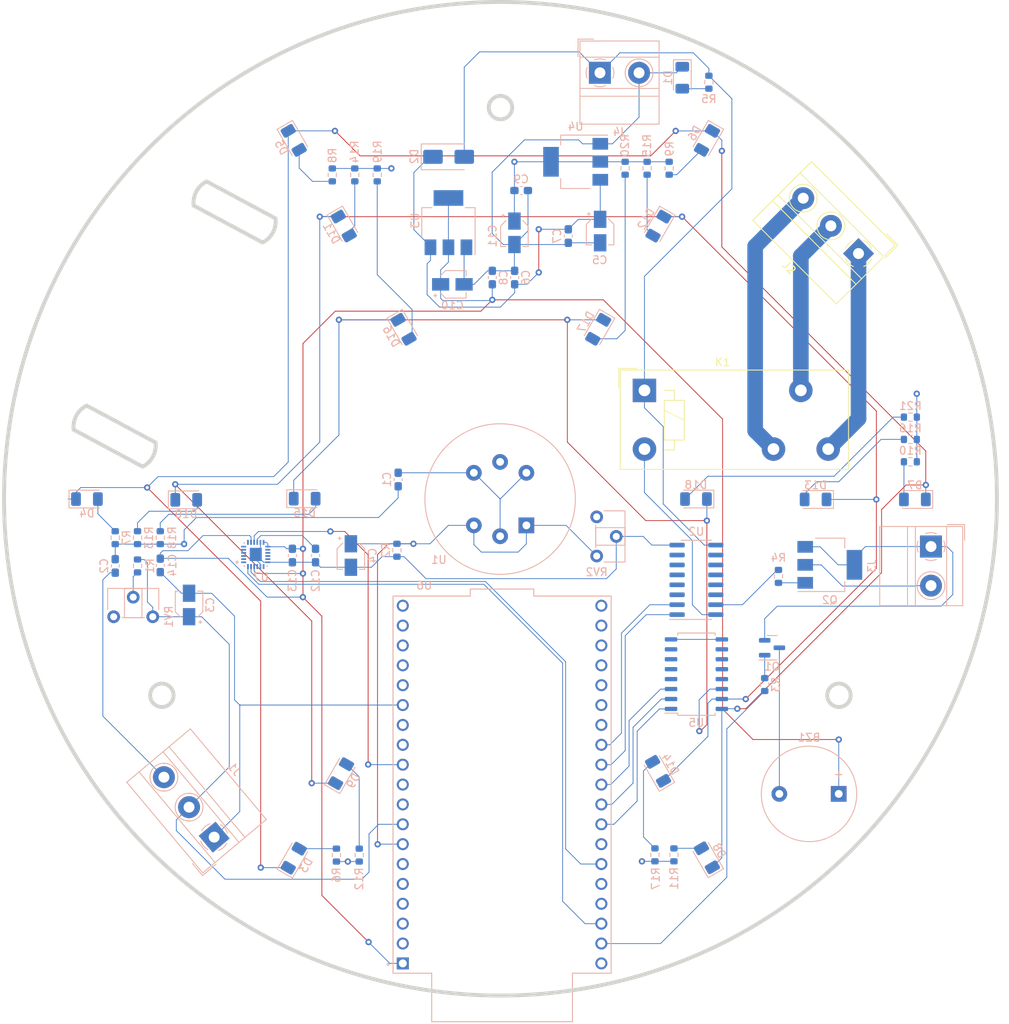
<source format=kicad_pcb>
(kicad_pcb (version 20221018) (generator pcbnew)
  (layers (0 "F.Cu" signal) (1 "In1.Cu" signal) (2 "In2.Cu" signal) (31 "B.Cu" signal) (34 "B.Paste" user) (35 "F.Paste" user) (36 "B.SilkS" user "B.Silkscreen") (37 "F.SilkS" user "F.Silkscreen") (38 "B.Mask" user) (39 "F.Mask" user) (44 "Edge.Cuts" user))
  (net 0 "")
  (net 1 "3.3V")
  (net 2 "Net-(BZ1-+)")
  (net 3 "/Controlador/Pin_Sensor_Gas")
  (net 4 "Earth")
  (net 5 "Net-(U1-A1)")
  (net 6 "5V")
  (net 7 "Net-(D2-K)")
  (net 8 "Net-(J1-Pin_3)")
  (net 9 "/Controlador/Pin_Sensor_GasEx")
  (net 10 "Net-(U7-REGOUT)")
  (net 11 "Net-(D1-A)")
  (net 12 "Net-(D3-K)")
  (net 13 "Net-(D3-A)")
  (net 14 "/Controlador/NC_RL")
  (net 15 "Net-(D4-A)")
  (net 16 "/Controlador/NA_RL")
  (net 17 "Net-(D5-A)")
  (net 18 "Net-(Q1-B)")
  (net 19 "Net-(D6-A)")
  (net 20 "Net-(Q2-G)")
  (net 21 "Net-(D7-A)")
  (net 23 "Net-(D8-A)")
  (net 25 "Net-(D9-A)")
  (net 26 "Net-(D10-K)")
  (net 27 "Net-(D10-A)")
  (net 29 "Net-(D11-A)")
  (net 31 "Net-(D12-A)")
  (net 33 "Net-(D13-A)")
  (net 35 "Net-(D14-A)")
  (net 36 "Net-(D15-K)")
  (net 37 "Net-(D15-A)")
  (net 39 "Net-(D16-A)")
  (net 41 "Net-(D17-A)")
  (net 43 "Net-(D18-A)")
  (net 44 "Positivo de bateria")
  (net 46 "/Controlador/SALIDA TRANSISTOR")
  (net 48 "/Controlador/Modulo de Diodos/D1")
  (net 51 "/Buzzer/Activador del buzzer")
  (net 52 "Activador de transistor")
  (net 53 "/Controlador/Modulo de Diodos/EN_D1")
  (net 54 "/Controlador/Modulo de Diodos/EN_D2")
  (net 55 "/Controlador/Modulo de Diodos/EN_D3")
  (net 56 "/Controlador/Modulo de Diodos/EN_D4")
  (net 57 "/Controlador/Modulo de Diodos/EN_D5")
  (net 58 "/Controlador/Modulo de Diodos/EN_D6")
  (net 59 "/Controlador/Modulo de Diodos/EN_D7")
  (net 60 "/Controlador/Modulo de Diodos/D7")
  (net 61 "/Controlador/Modulo de Diodos/D6")
  (net 62 "/Controlador/Modulo de Diodos/D5")
  (net 63 "/Controlador/Modulo de Diodos/D4")
  (net 64 "/Controlador/Modulo de Diodos/D3")
  (net 65 "/Controlador/Pin_Activador_LEDr")
  (net 67 "GNDREF")
  (net 69 "/Controlador/Pin_Activador_LEDam")
  (net 70 "/Controlador/Salida_Giroscopio")
  (net 77 "/Controlador/SDA")
  (net 78 "/Controlador/SCL")
  (net 93 "/Controlador/Pin_Activador_LEDaz")
  (net 95 "/Controlador/COM")
  (footprint "Relay_THT:Relay_SPDT_Finder_40.31" (layer "F.Cu") (at 166.5425 82.5925)
    (fp_text reference "K1")
    (fp_text value "FINDER-40.31")
  )
  (footprint "TerminalBlock_MetzConnect:TerminalBlock_MetzConnect_Type011_RT05503HBWC_1x03_P5.00mm_Horizontal" (layer "F.Cu") (at 193.92 65.1 135)
    (fp_text reference "J2")
    (fp_text value "Screw_Terminal_01x03")
  )
  (footprint "Resistor_SMD:R_0603_1608Metric" (layer "B.Cu") (at 126.61 55.05 -90)
    (fp_text reference "R8")
    (fp_text value "220")
  )
  (footprint "Resistor_SMD:R_0603_1608Metric" (layer "B.Cu") (at 200.553349 91.72 180)
    (fp_text reference "R10")
    (fp_text value "220")
  )
  (footprint "LED_SMD:LED_1206_3216Metric" (layer "B.Cu") (at 201.128349 96.533883 180)
    (fp_text reference "D7")
    (fp_text value "LED")
  )
  (footprint "Resistor_SMD:R_0603_1608Metric" (layer "B.Cu") (at 104.61 101.42 90)
    (fp_text reference "R18")
    (fp_text value "220")
  )
  (footprint "LED_SMD:LED_1206_3216Metric" (layer "B.Cu") (at 171.38 42.625 -90)
    (fp_text reference "D1")
    (fp_text value "LED")
  )
  (footprint "Buzzer_Beeper:Buzzer_12x9.5RM7.6" (layer "B.Cu") (at 191.39 134.17 180)
    (fp_text reference "BZ1")
    (fp_text value "Buzzer" hide)
  )
  (footprint "Capacitor_SMD:C_0603_1608Metric_Pad1.08x0.95mm_HandSolder" (layer "B.Cu") (at 156.8 62.8675 -90)
    (fp_text reference "C7")
    (fp_text value "100nf")
  )
  (footprint "LED_SMD:LED_1206_3216Metric" (layer "B.Cu") (at 173.128349 96.483883 180)
    (fp_text reference "D18")
    (fp_text value "LED")
  )
  (footprint "Capacitor_SMD:CP_Elec_3x5.3" (layer "B.Cu") (at 108.29 110.02 90)
    (fp_text reference "C3")
    (fp_text value "4.7 uF")
  )
  (footprint "Capacitor_SMD:CP_Elec_3x5.3" (layer "B.Cu") (at 141.97 69.04)
    (fp_text reference "C10")
    (fp_text value "22uf")
  )
  (footprint "Capacitor_SMD:C_0603_1608Metric_Pad1.08x0.95mm_HandSolder" (layer "B.Cu") (at 135.04 93.986383 -90)
    (fp_text reference "C1")
    (fp_text value "100nF")
  )
  (footprint "Diode_SMD:D_SMA" (layer "B.Cu") (at 141.4925 52.74)
    (fp_text reference "D2")
    (fp_text value "M1")
  )
  (footprint "LED_SMD:LED_1206_3216Metric" (layer "B.Cu") (at 121.678349 50.633883 -60)
    (fp_text reference "D5")
    (fp_text value "LED")
  )
  (footprint "LED_SMD:LED_1206_3216Metric" (layer "B.Cu") (at 160.628349 74.783883 -120)
    (fp_text reference "D17")
    (fp_text value "LED")
  )
  (footprint "Potentiometer_THT:Potentiometer_ACP_CA6-H2,5_Horizontal" (layer "B.Cu") (at 103.65 111.525 90)
    (fp_text reference "RV1")
    (fp_text value "60K")
  )
  (footprint "Resistor_SMD:R_0603_1608Metric" (layer "B.Cu") (at 166.88 54.2 -90)
    (fp_text reference "R15")
    (fp_text value "220")
  )
  (footprint "Resistor_SMD:R_0603_1608Metric" (layer "B.Cu") (at 200.553349 86.01 180)
    (fp_text reference "R21")
    (fp_text value "220")
  )
  (footprint "Resistor_SMD:R_0603_1608Metric" (layer "B.Cu") (at 183.68 106.365 -90)
    (fp_text reference "R4")
    (fp_text value "220")
  )
  (footprint "Resistor_SMD:R_0603_1608Metric" (layer "B.Cu") (at 132.36 55.05 -90)
    (fp_text reference "R19")
    (fp_text value "220")
  )
  (footprint "Resistor_SMD:R_0603_1608Metric" (layer "B.Cu") (at 101.7 105.03 -90)
    (fp_text reference "R1")
    (fp_text value "100")
  )
  (footprint "Capacitor_SMD:C_0603_1608Metric_Pad1.08x0.95mm_HandSolder" (layer "B.Cu") (at 149.94 68.17 90)
    (fp_text reference "C6")
    (fp_text value "100nf")
  )
  (footprint "Capacitor_SMD:CP_Elec_3x5.3" (layer "B.Cu") (at 149.9075 62.45 -90)
    (fp_text reference "C11")
    (fp_text value "22uf")
  )
  (footprint "Resistor_SMD:R_0603_1608Metric" (layer "B.Cu") (at 169.7 54.2 -90)
    (fp_text reference "R9")
    (fp_text value "220")
  )
  (footprint "Resistor_SMD:R_0603_1608Metric" (layer "B.Cu") (at 200.553349 88.86 180)
    (fp_text reference "R16")
    (fp_text value "220")
  )
  (footprint "Resistor_SMD:R_0603_1608Metric" (layer "B.Cu") (at 98.85 101.42 90)
    (fp_text reference "R7")
    (fp_text value "220")
  )
  (footprint "Package_TO_SOT_SMD:SOT-223" (layer "B.Cu") (at 190.25 104.89)
    (fp_text reference "Q2")
    (fp_text value "BSP75N")
  )
  (footprint "MPU-6500:QFN40P300X300X95-25N" (layer "B.Cu") (at 116.82 103.5625)
    (fp_text reference "U7")
    (fp_text value "MPU-6500")
  )
  (footprint "Potentiometer_THT:Potentiometer_ACP_CA6-H2,5_Horizontal" (layer "B.Cu") (at 160.43 103.76)
    (fp_text reference "RV2")
    (fp_text value "60K")
  )
  (footprint "LED_SMD:LED_1206_3216Metric" (layer "B.Cu") (at 168.330439 61.596368 -120)
    (fp_text reference "D12")
    (fp_text value "LED")
  )
  (footprint "LED_SMD:LED_1206_3216Metric" (layer "B.Cu") (at 188.428349 96.533883 180)
    (fp_text reference "D13")
    (fp_text value "LED")
  )
  (footprint "Resistor_SMD:R_0603_1608Metric" (layer "B.Cu") (at 130.06 141.99 90)
    (fp_text reference "R12")
    (fp_text value "220")
  )
  (footprint "LED_SMD:LED_1206_3216Metric" (layer "B.Cu") (at 168.278349 131.283883 120)
    (fp_text reference "D14")
    (fp_text value "LED")
  )
  (footprint "LED_SMD:LED_1206_3216Metric" (layer "B.Cu") (at 95.228349 96.483883)
    (fp_text reference "D4")
    (fp_text value "LED")
  )
  (footprint "Resistor_SMD:R_0603_1608Metric" (layer "B.Cu") (at 164.07 54.2 -90)
    (fp_text reference "R20")
    (fp_text value "220")
  )
  (footprint "LED_SMD:LED_1206_3216Metric" (layer "B.Cu") (at 135.728349 74.783883 -60)
    (fp_text reference "D16")
    (fp_text value "LED")
  )
  (footprint "Capacitor_SMD:C_0603_1608Metric_Pad1.08x0.95mm_HandSolder" (layer "B.Cu") (at 147.08 68.17 90)
    (fp_text reference "C8")
    (fp_text value "100nf")
  )
  (footprint "Capacitor_SMD:C_0603_1608Metric_Pad1.08x0.95mm_HandSolder" (layer "B.Cu") (at 150.77 57.05)
    (fp_text reference "C9")
    (fp_text value "100nf")
  )
  (footprint "Resistor_SMD:R_0603_1608Metric" (layer "B.Cu") (at 174.78 43.2 -90)
    (fp_text reference "R5")
    (fp_text value "220")
  )
  (footprint "Package_SO:SOIC-16_4.55x10.3mm_P1.27mm" (layer "B.Cu") (at 173.19 118.865)
    (fp_text reference "U5")
    (fp_text value "ULN2003" hide)
  )
  (footprint "Package_TO_SOT_SMD:SOT-23" (layer "B.Cu") (at 182.86 115.49)
    (fp_text reference "Q1")
    (fp_text value "BC817")
  )
  (footprint "Resistor_SMD:R_0603_1608Metric" (layer "B.Cu") (at 170.31 141.96 90)
    (fp_text reference "R11")
    (fp_text value "220" hide)
  )
  (footprint "Capacitor_SMD:CP_Elec_3x5.3" (layer "B.Cu") (at 128.99 103.7 -90)
    (fp_text reference "C4")
    (fp_text value "4.7 uF")
  )
  (footprint "Resistor_SMD:R_0603_1608Metric" (layer "B.Cu") (at 127.14 141.99 90)
    (fp_text reference "R6")
    (fp_text value "220")
  )
  (footprint "Resistor_SMD:R_0603_1608Metric" (layer "B.Cu") (at 101.7 101.42 90)
    (fp_text reference "R13")
    (fp_text value "220")
  )
  (footprint "Resistor_SMD:R_0603_1608Metric" (layer "B.Cu") (at 167.88 141.96 90)
    (fp_text reference "R17")
    (fp_text value "220" hide)
  )
  (footprint "TerminalBlock_MetzConnect:TerminalBlock_MetzConnect_Type011_RT05503HBWC_1x03_P5.00mm_Horizontal" (layer "B.Cu") (at 111.503938 139.693707 130)
    (fp_text reference "J1")
    (fp_text value "Screw_Terminal_01x03")
  )
  (footprint "Package_SO:SOIC-16_3.9x9.9mm_P1.27mm" (layer "B.Cu") (at 173.19 106.81)
    (fp_text reference "U2")
    (fp_text value "ULN2003" hide)
  )
  (footprint "LED_SMD:LED_1206_3216Metric" (layer "B.Cu") (at 127.728349 131.583883 60)
    (fp_text reference "D9")
    (fp_text value "LED")
  )
  (footprint "Sensor:MQ-6" (layer "B.Cu") (at 151.438349 99.843883 90)
    (fp_text reference "U1")
    (fp_text value "MQ-6" hide)
  )
  (footprint "TerminalBlock_MetzConnect:TerminalBlock_MetzConnect_Type011_RT05502HBWC_1x02_P5.00mm_Horizontal" (layer "B.Cu") (at 203.19 102.55 -90)
    (fp_text reference "J3")
    (fp_text value "Screw_Terminal_01x02")
  )
  (footprint "ESP32-DEVKITC:MODULE_ESP32-DEVKITC" (layer "B.Cu") (at 148.328349 132.983883)
    (fp_text reference "U6")
    (fp_text value "ESP32-DEVKITC" hide)
  )
  (footprint "Resistor_SMD:R_0603_1608Metric" (layer "B.Cu") (at 129.49 55.05 -90)
    (fp_text reference "R14")
    (fp_text value "220")
  )
  (footprint "Capacitor_SMD:CP_Elec_3x5.3" (layer "B.Cu") (at 160.87 62.23 -90)
    (fp_text reference "C5")
    (fp_text value "100uf")
  )
  (footprint "Capacitor_SMD:C_0603_1608Metric_Pad1.08x0.95mm_HandSolder" (layer "B.Cu") (at 124.47 103.7 -90)
    (fp_text reference "C12")
    (fp_text value "0.1μF")
  )
  (footprint "Package_TO_SOT_SMD:SOT-223-3_TabPin2" (layer "B.Cu") (at 141.47 61.15 90)
    (fp_text reference "U3")
    (fp_text value "AMS1117-3.3")
  )
  (footprint "LED_SMD:LED_1206_3216Metric" (layer "B.Cu") (at 121.678349 142.383883 60)
    (fp_text reference "D3")
    (fp_text value "LED")
  )
  (footprint "Resistor_SMD:R_0603_1608Metric" (layer "B.Cu") (at 134.88 103.025 -90)
    (fp_text reference "R2")
    (fp_text value "100")
  )
  (footprint "Package_TO_SOT_SMD:SOT-223-3_TabPin2" (layer "B.Cu") (at 157.74 53.375 180)
    (fp_text reference "U4")
    (fp_text value "AMS1117-5.0")
  )
  (footprint "Capacitor_SMD:C_0603_1608Metric_Pad1.08x0.95mm_HandSolder" (layer "B.Cu") (at 104.61 104.96 -90)
    (fp_text reference "C14")
    (fp_text value "0.1μF")
  )
  (footprint "LED_SMD:LED_1206_3216Metric" (layer "B.Cu") (at 174.539948 50.634538 -120)
    (fp_text reference "D6")
    (fp_text value "LED")
  )
  (footprint "TerminalBlock_MetzConnect:TerminalBlock_MetzConnect_Type011_RT05502HBWC_1x02_P5.00mm_Horizontal" (layer "B.Cu") (at 160.85 42)
    (fp_text reference "J4")
    (fp_text value "Screw_Terminal_01x02")
  )
  (footprint "Capacitor_SMD:C_0603_1608Metric_Pad1.08x0.95mm_HandSolder" (layer "B.Cu") (at 98.85 105.03 -90)
    (fp_text reference "C2")
    (fp_text value "100nF")
  )
  (footprint "Capacitor_SMD:C_0603_1608Metric_Pad1.08x0.95mm_HandSolder" (layer "B.Cu") (at 121.51 103.7 -90)
    (fp_text reference "C13")
    (fp_text value "10nF")
  )
  (footprint "Resistor_SMD:R_0603_1608Metric" (layer "B.Cu") (at 181.9225 120.195 90)
    (fp_text reference "R3")
    (fp_text value "1K")
  )
  (footprint "LED_SMD:LED_1206_3216Metric" (layer "B.Cu") (at 123.078349 96.433883)
    (fp_text reference "D15")
    (fp_text value "LED")
  )
  (footprint "LED_SMD:LED_1206_3216Metric" (layer "B.Cu") (at 128.078349 61.583883 -60)
    (fp_text reference "D11")
    (fp_text value "LED")
  )
  (footprint "LED_SMD:LED_1206_3216Metric" (layer "B.Cu") (at 174.528349 142.333883 120)
    (fp_text reference "D8")
    (fp_text value "LED")
  )
  (footprint "LED_SMD:LED_1206_3216Metric" (layer "B.Cu") (at 107.928349 96.583883)
    (fp_text reference "D10")
    (fp_text value "LED")
  )
  (gr_line locked (start 95.189477 84.533873) (end 104.004085 89.256447) (stroke (width 0.5)) (layer "Edge.Cuts"))
  (gr_arc locked (start 93.536577 87.618986) (mid 93.876785 85.815917) (end 95.189477 84.533873) (stroke (width 0.5)) (layer "Edge.Cuts"))
  (gr_circle locked (center 148.125 96.445) (end 211.625 96.445) (stroke (width 0.5)) (fill none) (layer "Edge.Cuts"))
  (gr_circle locked (center 191.41627 121.565) (end 192.91627 121.565) (stroke (width 0.5)) (fill none) (layer "Edge.Cuts"))
  (gr_circle locked (center 104.81373 121.565) (end 106.31373 121.565) (stroke (width 0.5)) (fill none) (layer "Edge.Cuts"))
  (gr_arc locked (start 104.004085 89.256447) (mid 103.663888 91.059521) (end 102.351184 92.341559) (stroke (width 0.5)) (layer "Edge.Cuts"))
  (gr_line locked (start 110.537842 55.8864) (end 119.352449 60.608974) (stroke (width 0.5)) (layer "Edge.Cuts"))
  (gr_line locked (start 108.884941 58.971512) (end 117.699548 63.694086) (stroke (width 0.5)) (layer "Edge.Cuts"))
  (gr_arc locked (start 108.884941 58.971512) (mid 109.225138 57.168438) (end 110.537842 55.8864) (stroke (width 0.5)) (layer "Edge.Cuts"))
  (gr_arc locked (start 119.352449 60.608974) (mid 119.012241 62.412042) (end 117.699548 63.694086) (stroke (width 0.5)) (layer "Edge.Cuts"))
  (gr_circle locked (center 148.125 46.445) (end 149.625 46.445) (stroke (width 0.5)) (fill none) (layer "Edge.Cuts"))
  (gr_line locked (start 93.536577 87.618986) (end 102.351184 92.341559) (stroke (width 0.5)) (layer "Edge.Cuts"))
  (segment (start 125.28 147.14) (end 131.25 153.11) (width 0.1) (layer "F.Cu") (net 1))
  (segment (start 122.86 106) (end 122.86 109.04) (width 0.1) (layer "F.Cu") (net 1))
  (segment (start 191.25 127.22) (end 180.42 127.22) (width 0.1) (layer "F.Cu") (net 1))
  (segment (start 147.08 71.0205) (end 147.0695 71.0205) (width 0.1) (layer "F.Cu") (net 1))
  (segment (start 126.99 72.47) (end 122.86 76.6) (width 0.1) (layer "F.Cu") (net 1))
  (segment (start 176.53 123.33) (end 176.53 86.27) (width 0.1) (layer "F.Cu") (net 1))
  (segment (start 180.42 127.22) (end 176.53 123.33) (width 0.1) (layer "F.Cu") (net 1))
  (segment (start 161.2805 71.0205) (end 147.08 71.0205) (width 0.1) (layer "F.Cu") (net 1))
  (segment (start 122.86 109.04) (end 125.28 111.46) (width 0.1) (layer "F.Cu") (net 1))
  (segment (start 176.53 86.27) (end 161.2805 71.0205) (width 0.1) (layer "F.Cu") (net 1))
  (segment (start 122.86 76.6) (end 122.86 102.84) (width 0.1) (layer "F.Cu") (net 1))
  (segment (start 145.62 72.47) (end 126.99 72.47) (width 0.1) (layer "F.Cu") (net 1))
  (segment (start 147.0695 71.0205) (end 145.62 72.47) (width 0.1) (layer "F.Cu") (net 1))
  (segment (start 125.28 111.46) (end 125.28 147.14) (width 0.1) (layer "F.Cu") (net 1))
  (segment (start 122.86 102.84) (end 122.86 106) (width 0.1) (layer "F.Cu") (net 1))
  (via (at 131.25 153.11) (size 0.8) (drill 0.4) (layers "F.Cu" "B.Cu") (net 1))
  (via (at 122.86 102.84) (size 0.8) (drill 0.4) (layers "F.Cu" "B.Cu") (net 1))
  (via (at 147.08 71.0205) (size 0.8) (drill 0.4) (layers "F.Cu" "B.Cu") (net 1))
  (via (at 191.39 127.22) (size 0.8) (drill 0.4) (layers "F.Cu" "B.Cu") (net 1))
  (via (at 122.86 106) (size 0.8) (drill 0.4) (layers "F.Cu" "B.Cu") (net 1))
  (via (at 122.85 109.02) (size 0.8) (drill 0.4) (layers "F.Cu" "B.Cu") (net 1))
  (segment (start 147.08 71.11) (end 140.75 71.11) (width 0.1) (layer "B.Cu") (net 1))
  (segment (start 118.27 109.02) (end 122.85 109.02) (width 0.1) (layer "B.Cu") (net 1))
  (segment (start 104.61 103.41) (end 104.94 103.08) (width 0.1) (layer "B.Cu") (net 1))
  (segment (start 121.5125 102.84) (end 122.86 102.84) (width 0.1) (layer "B.Cu") (net 1))
  (segment (start 116.22 101.3207) (end 116.22 102.0175) (width 0.1) (layer "B.Cu") (net 1))
  (segment (start 113.31 104.06) (end 118.27 109.02) (width 0.1) (layer "B.Cu") (net 1))
  (segment (start 120.7775 102.8375) (end 120.52 102.58) (width 0.1) (layer "B.Cu") (net 1))
  (segment (start 141.47 64.3) (end 141.47 66.2) (width 0.1) (layer "B.Cu") (net 1))
  (segment (start 121.51 102.8375) (end 121.5125 102.84) (width 0.1) (layer "B.Cu") (net 1))
  (segment (start 141.47 66.2) (end 140.47 67.2) (width 0.1) (layer "B.Cu") (net 1))
  (segment (start 122.86 106) (end 116.93 106) (width 0.1) (layer "B.Cu") (net 1))
  (segment (start 118.365 102.215) (end 118.365 102.5625) (width 0.1) (layer "B.Cu") (net 1))
  (segment (start 116.93 106) (end 116.62 105.69) (width 0.1) (layer "B.Cu") (net 1))
  (segment (start 118.3825 102.58) (end 118.365 102.5625) (width 0.1) (layer "B.Cu") (net 1))
  (segment (start 110.08 101.15) (end 116.0493 101.15) (width 0.1) (layer "B.Cu") (net 1))
  (segment (start 191.39 127.22) (end 191.39 134.17) (width 0.1) (layer "B.Cu") (net 1))
  (segment (start 141.47 58) (end 141.47 64.3) (width 0.1) (layer "B.Cu") (net 1))
  (segment (start 121.51 102.8375) (end 120.7775 102.8375) (width 0.1) (layer "B.Cu") (net 1))
  (segment (start 133.973883 155.833883) (end 131.25 153.11) (width 0.1) (layer "B.Cu") (net 1))
  (segment (start 116.0493 101.15) (end 116.22 101.3207) (width 0.1) (layer "B.Cu") (net 1))
  (segment (start 140.47 70.83) (end 140.47 69.04) (width 0.1) (layer "B.Cu") (net 1))
  (segment (start 118.1675 102.0175) (end 118.365 102.215) (width 0.1) (layer "B.Cu") (net 1))
  (segment (start 140.47 67.2) (end 140.47 69.04) (width 0.1) (layer "B.Cu") (net 1))
  (segment (start 104.61 104.0975) (end 104.6475 104.06) (width 0.1) (layer "B.Cu") (net 1))
  (segment (start 104.61 104.0975) (end 104.61 103.41) (width 0.1) (layer "B.Cu") (net 1))
  (segment (start 117.82 102.0175) (end 118.1675 102.0175) (width 0.1) (layer "B.Cu") (net 1))
  (segment (start 147.08 71.11) (end 147.08 71.0205) (width 0.1) (layer "B.Cu") (net 1))
  (segment (start 108.15 103.08) (end 110.08 101.15) (width 0.1) (layer "B.Cu") (net 1))
  (segment (start 104.94 103.08) (end 108.15 103.08) (width 0.1) (layer "B.Cu") (net 1))
  (segment (start 147.08 69.0325) (end 147.08 71.11) (width 0.1) (layer "B.Cu") (net 1))
  (segment (start 140.75 71.11) (end 140.47 70.83) (width 0.1) (layer "B.Cu") (net 1))
  (segment (start 104.6475 104.06) (end 113.31 104.06) (width 0.1) (layer "B.Cu") (net 1))
  (segment (start 120.52 102.58) (end 118.3825 102.58) (width 0.1) (layer "B.Cu") (net 1))
  (segment (start 116.62 105.69) (end 116.62 105.1075) (width 0.1) (layer "B.Cu") (net 1))
  (segment (start 135.628349 155.833883) (end 133.973883 155.833883) (width 0.1) (layer "B.Cu") (net 1))
  (segment (start 183.7975 115.49) (end 183.7975 134.1625) (width 0.1) (layer "B.Cu") (net 2))
  (segment (start 183.7975 134.1625) (end 183.79 134.17) (width 0.1) (layer "B.Cu") (net 2))
  (segment (start 132.4 140.6) (end 132.4 103.58) (width 0.1) (layer "F.Cu") (net 3))
  (segment (start 133.78 102.2) (end 136.99 102.2) (width 0.1) (layer "F.Cu") (net 3))
  (segment (start 132.4 103.58) (end 133.78 102.2) (width 0.1) (layer "F.Cu") (net 3))
  (segment (start 132.41 140.61) (end 132.4 140.6) (width 0.1) (layer "F.Cu") (net 3))
  (via (at 132.41 140.61) (size 0.8) (drill 0.4) (layers "F.Cu" "B.Cu") (net 3))
  (via (at 136.99 102.2) (size 0.8) (drill 0.4) (layers "F.Cu" "B.Cu") (net 3))
  (segment (start 144.718349 102.308349) (end 145.67 103.26) (width 0.1) (layer "B.Cu") (net 3))
  (segment (start 144.718349 99.843883) (end 144.718349 102.308349) (width 0.1) (layer "B.Cu") (net 3))
  (segment (start 151.438349 99.843883) (end 156.513883 99.843883) (width 0.1) (layer "B.Cu") (net 3))
  (segment (start 156.513883 99.843883) (end 160.43 103.76) (width 0.1) (layer "B.Cu") (net 3))
  (segment (start 139.11 102.2) (end 136.99 102.2) (width 0.1) (layer "B.Cu") (net 3))
  (segment (start 144.718349 99.843883) (end 141.466117 99.843883) (width 0.1) (layer "B.Cu") (net 3))
  (segment (start 145.67 103.26) (end 150.38 103.26) (width 0.1) (layer "B.Cu") (net 3))
  (segment (start 151.438349 102.201651) (end 151.438349 99.843883) (width 0.1) (layer "B.Cu") (net 3))
  (segment (start 150.38 103.26) (end 151.438349 102.201651) (width 0.1) (layer "B.Cu") (net 3))
  (segment (start 132.426117 140.593883) (end 135.628349 140.593883) (width 0.1) (layer "B.Cu") (net 3))
  (segment (start 132.41 140.61) (end 132.426117 140.593883) (width 0.1) (layer "B.Cu") (net 3))
  (segment (start 128.99 102.2) (end 134.88 102.2) (width 0.1) (layer "B.Cu") (net 3))
  (segment (start 134.88 102.2) (end 136.99 102.2) (width 0.1) (layer "B.Cu") (net 3))
  (segment (start 141.466117 99.843883) (end 139.11 102.2) (width 0.1) (layer "B.Cu") (net 3))
  (segment (start 151.6325 57.05) (end 151.64 57.0575) (width 0.1) (layer "B.Cu") (net 4))
  (segment (start 101.15 109.025) (end 101.15 106.405) (width 0.1) (layer "B.Cu") (net 4))
  (segment (start 161.69 106.65) (end 162.93 105.41) (width 0.1) (layer "B.Cu") (net 4))
  (segment (start 151.64 57.0575) (end 151.64 62.2175) (width 0.1) (layer "B.Cu") (net 4))
  (segment (start 114.773883 122.92) (end 114.773883 122.813883) (width 0.1) (layer "B.Cu") (net 4))
  (segment (start 156.58 63.95) (end 156.8 63.73) (width 0.1) (layer "B.Cu") (net 4))
  (segment (start 158.12 50.57) (end 158.625 51.075) (width 0.1) (layer "B.Cu") (net 4))
  (segment (start 160.89 51.075) (end 162.445 51.075) (width 0.1) (layer "B.Cu") (net 4))
  (segment (start 111.19 108.53) (end 114.11 111.45) (width 0.1) (layer "B.Cu") (net 4))
  (segment (start 147.08 67.3075) (end 149.94 67.3075) (width 0.1) (layer "B.Cu") (net 4))
  (segment (start 205.22 102.55) (end 203.19 102.55) (width 0.1) (layer "B.Cu") (net 4))
  (segment (start 108.3 108.53) (end 111.19 108.53) (width 0.1) (layer "B.Cu") (net 4))
  (segment (start 111.503938 139.693707) (end 111.676293 139.693707) (width 0.1) (layer "B.Cu") (net 4))
  (segment (start 189.01 102.59) (end 191.31 104.89) (width 0.1) (layer "B.Cu") (net 4))
  (segment (start 131.62 105.2) (end 132.97 103.85) (width 0.1) (layer "B.Cu") (net 4))
  (segment (start 138.59 106.65) (end 161.69 106.65) (width 0.1) (layer "B.Cu") (net 4))
  (segment (start 104.5775 105.855) (end 104.61 105.8225) (width 0.1) (layer "B.Cu") (net 4))
  (segment (start 143.47 69.04) (end 144.45 69.04) (width 0.1) (layer "B.Cu") (net 4))
  (segment (start 205.98 108.68) (end 205.98 103.31) (width 0.1) (layer "B.Cu") (net 4))
  (segment (start 181.9225 114.54) (end 181.9225 111.7775) (width 0.1) (layer "B.Cu") (net 4))
  (segment (start 171.38 41.225) (end 170.605 42) (width 0.1) (layer "B.Cu") (net 4))
  (segment (start 187.1 102.59) (end 189.01 102.59) (width 0.1) (layer "B.Cu") (net 4))
  (segment (start 143.77 64.3) (end 144.27 63.8) (width 0.1) (layer "B.Cu") (net 4))
  (segment (start 194.81 102.55) (end 203.19 102.55) (width 0.1) (layer "B.Cu") (net 4))
  (segment (start 149.7575 63.8) (end 149.9075 63.95) (width 0.1) (layer "B.Cu") (net 4))
  (segment (start 117.82 104.5625) (end 116.82 103.5625) (width 0.1) (layer "B.Cu") (net 4))
  (segment (start 114.773883 122.92) (end 114.88 122.813883) (width 0.1) (layer "B.Cu") (net 4))
  (segment (start 170.605 42) (end 165.85 42) (width 0.1) (layer "B.Cu") (net 4))
  (segment (start 193.4 104.89) (end 193.4 103.96) (width 0.1) (layer "B.Cu") (net 4))
  (segment (start 114.88 122.813883) (end 135.628349 122.813883) (width 0.1) (layer "B.Cu") (net 4))
  (segment (start 107.3075 108.52) (end 108.29 108.52) (width 0.1) (layer "B.Cu") (net 4))
  (segment (start 162.93 101.26) (end 166.38 101.26) (width 0.1) (layer "B.Cu") (net 4))
  (segment (start 167.485 102.365) (end 170.715 102.365) (width 0.1) (layer "B.Cu") (net 4))
  (segment (start 146.47 67.31) (end 147.0775 67.31) (width 0.1) (layer "B.Cu") (net 4))
  (segment (start 144.74 69.04) (end 146.47 67.31) (width 0.1) (layer "B.Cu") (net 4))
  (segment (start 162.445 51.075) (end 165.85 47.67) (width 0.1) (layer "B.Cu") (net 4))
  (segment (start 156.8 63.73) (end 160.87 63.73) (width 0.1) (layer "B.Cu") (net 4))
  (segment (start 147.06 62.53) (end 147.06 54.7) (width 0.1) (layer "B.Cu") (net 4))
  (segment (start 117.42 105.1075) (end 117.42 104.798523) (width 0.1) (layer "B.Cu") (net 4))
  (segment (start 118.365 104.5625) (end 117.82 104.5625) (width 0.1) (layer "B.Cu") (net 4))
  (segment (start 104.61 105.8225) (end 107.3075 108.52) (width 0.1) (layer "B.Cu") (net 4))
  (segment (start 151.19 50.57) (end 158.12 50.57) (width 0.1) (layer "B.Cu") (net 4))
  (segment (start 114.773883 122.813883) (end 114.88 122.813883) (width 0.1) (layer "B.Cu") (net 4))
  (segment (start 111.503938 139.693707) (end 114.773883 136.423762) (width 0.1) (layer "B.Cu") (net 4))
  (segment (start 118.365 104.5625) (end 124.47 104.5625) (width 0.1) (layer "B.Cu") (net 4))
  (segment (start 183.52 110.18) (end 204.48 110.18) (width 0.1) (layer "B.Cu") (net 4))
  (segment (start 117.42 102.0175) (end 117.42 102.9625) (width 0.1) (layer "B.Cu") (net 4))
  (segment (start 148.48 63.95) (end 147.06 62.53) (width 0.1) (layer "B.Cu") (net 4))
  (segment (start 116.82 104.198523) (end 116.82 103.5625) (width 0.1) (layer "B.Cu") (net 4))
  (segment (start 134.88 103.85) (end 135.79 103.85) (width 0.1) (layer "B.Cu") (net 4))
  (segment (start 165.85 47.67) (end 165.85 42) (width 0.1) (layer "B.Cu") (net 4))
  (segment (start 166.38 101.26) (end 167.485 102.365) (width 0.1) (layer "B.Cu") (net 4))
  (segment (start 114.11 111.45) (end 114.11 122.15) (width 0.1) (layer "B.Cu") (net 4))
  (segment (start 101.15 106.405) (end 101.7 105.855) (width 0.1) (layer "B.Cu") (net 4))
  (segment (start 149.9075 67.275) (end 149.9075 63.95) (width 0.1) (layer "B.Cu") (net 4))
  (segment (start 108.29 108.52) (end 108.3 108.53) (width 0.1) (layer "B.Cu") (net 4))
  (segment (start 143.47 69.04) (end 143.47 64.6) (width 0.1) (layer "B.Cu") (net 4))
  (segment (start 191.31 104.89) (end 193.4 104.89) (width 0.1) (layer "B.Cu") (net 4))
  (segment (start 158.625 51.075) (end 160.89 51.075) (width 0.1) (layer "B.Cu") (net 4))
  (segment (start 124.47 104.5625) (end 125.1075 105.2) (width 0.1) (layer "B.Cu") (net 4))
  (segment (start 162.93 105.41) (end 162.93 101.26) (width 0.1) (layer "B.Cu") (net 4))
  (segment (start 149.9075 63.95) (end 148.48 63.95) (width 0.1) (layer "B.Cu") (net 4))
  (segment (start 114.11 122.15) (end 114.773883 122.813883) (width 0.1) (layer "B.Cu") (net 4))
  (segment (start 143.47 69.04) (end 144.74 69.04) (width 0.1) (layer "B.Cu") (net 4))
  (segment (start 151.64 62.2175) (end 149.9075 63.95) (width 0.1) (layer "B.Cu") (net 4))
  (segment (start 132.97 103.85) (end 134.88 103.85) (width 0.1) (layer "B.Cu") (net 4))
  (segment (start 135.79 103.85) (end 138.59 106.65) (width 0.1) (layer "B.Cu") (net 4))
  (segment (start 117.42 102.9625) (end 116.82 103.5625) (width 0.1) (layer "B.Cu") (net 4))
  (segment (start 147.06 54.7) (end 151.19 50.57) (width 0.1) (layer "B.Cu") (net 4))
  (segment (start 128.99 105.2) (end 131.62 105.2) (width 0.1) (layer "B.Cu") (net 4))
  (segment (start 204.48 110.18) (end 205.98 108.68) (width 0.1) (layer "B.Cu") (net 4))
  (segment (start 143.47 64.6) (end 143.77 64.3) (width 0.1) (layer "B.Cu") (net 4))
  (segment (start 193.4 103.96) (end 194.81 102.55) (width 0.1) (layer "B.Cu") (net 4))
  (segment (start 181.9225 111.7775) (end 183.52 110.18) (width 0.1) (layer "B.Cu") (net 4))
  (segment (start 149.9075 63.95) (end 156.58 63.95) (width 0.1) (layer "B.Cu") (net 4))
  (segment (start 114.773883 136.423762) (end 114.773883 122.92) (width 0.1) (layer "B.Cu") (net 4))
  (segment (start 117.42 104.798523) (end 116.82 104.198523) (width 0.1) (layer "B.Cu") (net 4))
  (segment (start 205.98 103.31) (end 205.22 102.55) (width 0.1) (layer "B.Cu") (net 4))
  (segment (start 149.94 67.3075) (end 149.9075 67.275) (width 0.1) (layer "B.Cu") (net 4))
  (segment (start 147.0775 67.31) (end 147.08 67.3075) (width 0.1) (layer "B.Cu") (net 4))
  (segment (start 125.1075 105.2) (end 128.99 105.2) (width 0.1) (layer "B.Cu") (net 4))
  (segment (start 148.006116 96.396116) (end 148.166116 96.396116) (width 0.1) (layer "B.Cu") (net 5))
  (segment (start 144.733883 93.123883) (end 148 96.39) (width 0.1) (layer "B.Cu") (net 5))
  (segment (start 148.093883 96.468349) (end 148.166116 96.396116) (width 0.1) (layer "B.Cu") (net 5))
  (segment (start 148 96.39) (end 148.078349 96.468349) (width 0.1) (layer "B.Cu") (net 5))
  (segment (start 148.078349 96.468349) (end 148.093883 96.468349) (width 0.1) (layer "B.Cu") (net 5))
  (segment (start 148 96.39) (end 148.006116 96.396116) (width 0.1) (layer "B.Cu") (net 5))
  (segment (start 144.718349 93.123883) (end 144.733883 93.123883) (width 0.1) (layer "B.Cu") (net 5))
  (segment (start 148.078349 96.468349) (end 148.078349 101.233883) (width 0.1) (layer "B.Cu") (net 5))
  (segment (start 135.04 93.123883) (end 144.718349 93.123883) (width 0.1) (layer "B.Cu") (net 5))
  (segment (start 148.166116 96.396116) (end 151.438349 93.123883) (width 0.1) (layer "B.Cu") (net 5))
  (via (at 128.6 142.815) (size 0.8) (drill 0.4) (layers "F.Cu" "B.Cu") (net 6))
  (via (at 107.66 102.23) (size 0.8) (drill 0.4) (layers "F.Cu" "B.Cu") (net 6))
  (via (at 134.17 54.22) (size 0.8) (drill 0.4) (layers "F.Cu" "B.Cu") (net 6))
  (via (at 149.9075 53.375) (size 0.8) (drill 0.4) (layers "F.Cu" "B.Cu") (net 6))
  (via (at 201.37 83.02) (size 0.8) (drill 0.4) (layers "F.Cu" "B.Cu") (net 6))
  (via (at 166.22 142.79) (size 0.8) (drill 0.4) (layers "F.Cu" "B.Cu") (net 6))
  (segment (start 167.88 142.785) (end 170.31 142.785) (width 0.1) (layer "B.Cu") (net 6))
  (segment (start 132.53 98.84) (end 135.04 96.33) (width 0.1) (layer "B.Cu") (net 6))
  (segment (start 98.85 102.245) (end 104.61 102.245) (width 0.1) (layer "B.Cu") (net 6))
  (segment (start 107.645 102.245) (end 104.61 102.245) (width 0.1) (layer "B.Cu") (net 6))
  (segment (start 167.875 142.79) (end 166.22 142.79) (width 0.1) (layer "B.Cu") (net 6))
  (segment (start 154.59 53.375) (end 160.89 53.375) (width 0.1) (layer "B.Cu") (net 6))
  (segment (start 149.9075 57.05) (end 149.9075 60.95) (width 0.1) (layer "B.Cu") (net 6))
  (segment (start 135.04 96.33) (end 135.04 94.848883) (width 0.1) (layer "B.Cu") (net 6))
  (segment (start 98.85 104.1675) (end 98.85 102.245) (width 0.1) (layer "B.Cu") (net 6))
  (segment (start 127.14 142.815) (end 130.06 142.815) (width 0.1) (layer "B.Cu") (net 6))
  (segment (start 126.61 54.225) (end 132.36 54.225) (width 0.1) (layer "B.Cu") (net 6))
  (segment (start 201.37 86.001651) (end 201.37 83.02) (width 0.1) (layer "B.Cu") (net 6))
  (segment (start 107.66 102.23) (end 107.66 100.43) (width 0.1) (layer "B.Cu") (net 6))
  (segment (start 201.378349 86.01) (end 201.378349 91.72) (width 0.1) (layer "B.Cu") (net 6))
  (segment (start 160.89 53.375) (end 164.07 53.375) (width 0.1) (layer "B.Cu") (net 6))
  (segment (start 149.9075 57.05) (end 149.9075 53.375) (width 0.1) (layer "B.Cu") (net 6))
  (segment (start 201.378349 86.01) (end 201.37 86.001651) (width 0.1) (layer "B.Cu") (net 6))
  (segment (start 109.25 98.84) (end 132.53 98.84) (width 0.1) (layer "B.Cu") (net 6))
  (segment (start 167.88 142.785) (end 167.875 142.79) (width 0.1) (layer "B.Cu") (net 6))
  (segment (start 132.36 54.225) (end 134.165 54.225) (width 0.1) (layer "B.Cu") (net 6))
  (segment (start 107.66 100.43) (end 109.25 98.84) (width 0.1) (layer "B.Cu") (net 6))
  (segment (start 134.165 54.225) (end 134.17 54.22) (width 0.1) (layer "B.Cu") (net 6))
  (segment (start 164.07 53.375) (end 169.7 53.375) (width 0.1) (layer "B.Cu") (net 6))
  (segment (start 107.66 102.23) (end 107.645 102.245) (width 0.1) (layer "B.Cu") (net 6))
  (segment (start 149.9075 53.375) (end 154.59 53.375) (width 0.1) (layer "B.Cu") (net 6))
  (segment (start 153.02 62) (end 153.02 67.52) (width 0.1) (layer "F.Cu") (net 7))
  (via (at 153.02 62) (size 0.8) (drill 0.4) (layers "F.Cu" "B.Cu") (net 7))
  (via (at 153.02 67.52) (size 0.8) (drill 0.4) (layers "F.Cu" "B.Cu") (net 7))
  (segment (start 140.33 71.95) (end 138.74 70.36) (width 0.1) (layer "B.Cu") (net 7))
  (segment (start 139.17 64.18) (end 139.17 64.3) (width 0.1) (layer "B.Cu") (net 7))
  (segment (start 153.02 62) (end 156.795 62) (width 0.1) (layer "B.Cu") (net 7))
  (segment (start 153.02 67.62) (end 153.01 67.63) (width 0.1) (layer "B.Cu") (net 7))
  (segment (start 149.94 69.0325) (end 151.5075 69.0325) (width 0.1) (layer "B.Cu") (net 7))
  (segment (start 139.05 52.74) (end 137.05 54.74) (width 0.1) (layer "B.Cu") (net 7))
  (segment (start 138.74 70.36) (end 138.74 66.41) (width 0.1) (layer "B.Cu") (net 7))
  (segment (start 148.11 71.95) (end 140.33 71.95) (width 0.1) (layer "B.Cu") (net 7))
  (segment (start 156.8 62.005) (end 158.075 60.73) (width 0.1) (layer "B.Cu") (net 7))
  (segment (start 138.74 66.41) (end 139.17 65.98) (width 0.1) (layer "B.Cu") (net 7))
  (segment (start 149.94 69.0325) (end 149.94 70.12) (width 0.1) (layer "B.Cu") (net 7))
  (segment (start 137.05 54.74) (end 137.05 62.06) (width 0.1) (layer "B.Cu") (net 7))
  (segment (start 160.89 55.675) (end 160.89 60.71) (width 0.1) (layer "B.Cu") (net 7))
  (segment (start 139.17 65.98) (end 139.17 64.3) (width 0.1) (layer "B.Cu") (net 7))
  (segment (start 156.795 62) (end 156.8 62.005) (width 0.1) (layer "B.Cu") (net 7))
  (segment (start 149.94 70.12) (end 148.11 71.95) (width 0.1) (layer "B.Cu") (net 7))
  (segment (start 153.02 67.62) (end 153.02 67.52) (width 0.1) (layer "B.Cu") (net 7))
  (segment (start 160.89 60.71) (end 160.87 60.73) (width 0.1) (layer "B.Cu") (net 7))
  (segment (start 158.075 60.73) (end 160.87 60.73) (width 0.1) (layer "B.Cu") (net 7))
  (segment (start 139.4925 52.74) (end 139.05 52.74) (width 0.1) (layer "B.Cu") (net 7))
  (segment (start 137.05 62.06) (end 139.17 64.18) (width 0.1) (layer "B.Cu") (net 7))
  (segment (start 151.5075 69.0325) (end 153.02 67.52) (width 0.1) (layer "B.Cu") (net 7))
  (segment (start 98.85 105.8925) (end 98.1875 105.8925) (width 0.1) (layer "B.Cu") (net 8))
  (segment (start 97.26 124.217201) (end 105.076062 132.033263) (width 0.1) (layer "B.Cu") (net 8))
  (segment (start 98.1875 105.8925) (end 97.26 106.82) (width 0.1) (layer "B.Cu") (net 8))
  (segment (start 97.26 106.82) (end 97.26 124.217201) (width 0.1) (layer "B.Cu") (net 8))
  (segment (start 102.535 104.205) (end 102.97 104.64) (width 0.1) (layer "B.Cu") (net 9))
  (segment (start 102.97 109.64) (end 103.65 110.32) (width 0.1) (layer "B.Cu") (net 9))
  (segment (start 102.97 104.64) (end 102.97 109.64) (width 0.1) (layer "B.Cu") (net 9))
  (segment (start 106.66 137.493485) (end 106.66 138.85) (width 0.1) (layer "B.Cu") (net 9))
  (segment (start 103.65 111.525) (end 108.285 111.525) (width 0.1) (layer "B.Cu") (net 9))
  (segment (start 113.44 115.06) (end 113.44 130.713485) (width 0.1) (layer "B.Cu") (net 9))
  (segment (start 132.536117 138.053883) (end 135.628349 138.053883) (width 0.1) (layer "B.Cu") (net 9))
  (segment (start 112.89 145.08) (end 130.39 145.08) (width 0.1) (layer "B.Cu") (net 9))
  (segment (start 108.29 111.52) (end 109.9 111.52) (width 0.1) (layer "B.Cu") (net 9))
  (segment (start 113.44 130.713485) (end 108.29 135.863485) (width 0.1) (layer "B.Cu") (net 9))
  (segment (start 130.39 145.08) (end 131.31 144.16) (width 0.1) (layer "B.Cu") (net 9))
  (segment (start 108.285 111.525) (end 108.29 111.52) (width 0.1) (layer "B.Cu") (net 9))
  (segment (start 131.31 139.28) (end 132.536117 138.053883) (width 0.1) (layer "B.Cu") (net 9))
  (segment (start 131.31 144.16) (end 131.31 139.28) (width 0.1) (layer "B.Cu") (net 9))
  (segment (start 101.7 104.205) (end 102.535 104.205) (width 0.1) (layer "B.Cu") (net 9))
  (segment (start 103.65 110.32) (end 103.65 111.525) (width 0.1) (layer "B.Cu") (net 9))
  (segment (start 108.29 135.863485) (end 106.66 137.493485) (width 0.1) (layer "B.Cu") (net 9))
  (segment (start 106.66 138.85) (end 112.89 145.08) (width 0.1) (layer "B.Cu") (net 9))
  (segment (start 109.9 111.52) (end 113.44 115.06) (width 0.1) (layer "B.Cu") (net 9))
  (segment (start 117.02 101.61) (end 117.02 102.0175) (width 0.1) (layer "B.Cu") (net 10))
  (segment (start 122.7825 101.15) (end 117.48 101.15) (width 0.1) (layer "B.Cu") (net 10))
  (segment (start 124.47 102.8375) (end 122.7825 101.15) (width 0.1) (layer "B.Cu") (net 10))
  (segment (start 117.48 101.15) (end 117.02 101.61) (width 0.1) (layer "B.Cu") (net 10))
  (segment (start 171.38 44.025) (end 174.78 44.025) (width 0.1) (layer "B.Cu") (net 11))
  (segment (start 202.52 94.671651) (end 202.528349 94.68) (width 0.1) (layer "F.Cu") (net 12))
  (segment (start 176.44 64.26) (end 202.52 90.34) (width 0.1) (layer "F.Cu") (net 12))
  (segment (start 196.87 97.82) (end 196.87 105.9) (width 0.1) (layer "F.Cu") (net 12))
  (segment (start 130.16 52.62) (end 167.34 52.62) (width 0.1) (layer "F.Cu") (net 12))
  (segment (start 126.95 49.43) (end 126.97 49.43) (width 0.1) (layer "F.Cu") (net 12))
  (segment (start 176.44 51.98) (end 176.44 64.26) (width 0.1) (layer "F.Cu") (net 12))
  (segment (start 117.46 143.64) (end 117.51 143.59) (width 0.1) (layer "F.Cu") (net 12))
  (segment (start 167.34 52.62) (end 170.53 49.43) (width 0.1) (layer "F.Cu") (net 12))
  (segment (start 126.97 49.43) (end 130.16 52.62) (width 0.1) (layer "F.Cu") (net 12))
  (segment (start 102.94 95.01) (end 117.46 109.53) (width 0.1) (layer "F.Cu") (net 12))
  (segment (start 202.52 90.34) (end 202.52 94.671651) (width 0.1) (layer "F.Cu") (net 12))
  (segment (start 200.01 94.68) (end 196.87 97.82) (width 0.1) (layer "F.Cu") (net 12))
  (segment (start 202.528349 94.68) (end 200.01 94.68) (width 0.1) (layer "F.Cu") (net 12))
  (segment (start 179.49 123.28) (end 178.42 123.28) (width 0.1) (layer "F.Cu") (net 12))
  (segment (start 117.46 109.53) (end 117.46 143.59) (width 0.1) (layer "F.Cu") (net 12))
  (segment (start 196.87 105.9) (end 179.49 123.28) (width 0.1) (layer "F.Cu") (net 12))
  (via (at 178.42 123.28) (size 0.8) (drill 0.4) (layers "F.Cu" "B.Cu") (net 12))
  (via (at 102.94 95.01) (size 0.8) (drill 0.4) (layers "F.Cu" "B.Cu") (net 12))
  (via (at 202.528349 94.68) (size 0.8) (drill 0.4) (layers "F.Cu" "B.Cu") (net 12))
  (via (at 176.44 51.98) (size 0.8) (drill 0.4) (layers "F.Cu" "B.Cu") (net 12))
  (via (at 170.53 49.43) (size 0.8) (drill 0.4) (layers "F.Cu" "B.Cu") (net 12))
  (via (at 126.95 49.43) (size 0.8) (drill 0.4) (layers "F.Cu" "B.Cu") (net 12))
  (via (at 117.46 143.59) (size 0.8) (drill 0.4) (layers "F.Cu" "B.Cu") (net 12))
  (segment (start 104.33 93.61) (end 119.12 93.61) (width 0.1) (layer "B.Cu") (net 12))
  (segment (start 120.978349 49.421447) (end 126.941447 49.421447) (width 0.1) (layer "B.Cu") (net 12))
  (segment (start 175.23205 49.43) (end 175.239948 49.422102) (width 0.1) (layer "B.Cu") (net 12))
  (segment (start 176.44 50.622154) (end 175.239948 49.422102) (width 0.1) (layer "B.Cu") (net 12))
  (segment (start 120.978349 91.751651) (end 120.978349 49.421447) (width 0.1) (layer "B.Cu") (net 12))
  (segment (start 120.97203 143.59) (end 120.978349 143.596319) (width 0.1) (layer "B.Cu") (net 12))
  (segment (start 176.44 51.98) (end 176.44 50.622154) (width 0.1) (layer "B.Cu") (net 12))
  (segment (start 178.42 123.28) (end 176.47 123.28) (width 0.1) (layer "B.Cu") (net 12))
  (segment (start 176.44 142.334668) (end 175.228349 143.546319) (width 0.1) (layer "B.Cu") (net 12))
  (segment (start 117.51 143.59) (end 120.97203 143.59) (width 0.1) (layer "B.Cu") (net 12))
  (segment (start 176.47 123.28) (end 176.44 123.31) (width 0.1) (layer "B.Cu") (net 12))
  (segment (start 176.44 123.31) (end 176.44 142.334668) (width 0.1) (layer "B.Cu") (net 12))
  (segment (start 119.12 93.61) (end 120.978349 91.751651) (width 0.1) (layer "B.Cu") (net 12))
  (segment (start 170.53 49.43) (end 175.23205 49.43) (width 0.1) (layer "B.Cu") (net 12))
  (segment (start 202.528349 94.68) (end 202.528349 96.533883) (width 0.1) (layer "B.Cu") (net 12))
  (segment (start 93.828349 96.483883) (end 93.828349 95.621651) (width 0.1) (layer "B.Cu") (net 12))
  (segment (start 102.94 95) (end 104.33 93.61) (width 0.1) (layer "B.Cu") (net 12))
  (segment (start 126.941447 49.421447) (end 126.95 49.43) (width 0.1) (layer "B.Cu") (net 12))
  (segment (start 93.828349 96.483883) (end 92.813883 96.483883) (width 0.1) (layer "B.Cu") (net 12))
  (segment (start 102.94 95.01) (end 102.94 95) (width 0.1) (layer "B.Cu") (net 12))
  (segment (start 94.44 95.01) (end 102.94 95.01) (width 0.1) (layer "B.Cu") (net 12))
  (segment (start 93.828349 95.621651) (end 94.44 95.01) (width 0.1) (layer "B.Cu") (net 12))
  (segment (start 127.133553 141.171447) (end 127.14 141.165) (width 0.1) (layer "B.Cu") (net 13))
  (segment (start 122.378349 141.171447) (end 127.133553 141.171447) (width 0.1) (layer "B.Cu") (net 13))
  (segment (start 180.7 64.177864) (end 186.848932 58.028932) (width 2) (layer "B.Cu") (net 14))
  (segment (start 183.0425 90.0925) (end 180.7 87.75) (width 2) (layer "B.Cu") (net 14))
  (segment (start 180.7 87.75) (end 180.7 64.177864) (width 2) (layer "B.Cu") (net 14))
  (segment (start 98.85 100.595) (end 96.628349 98.373349) (width 0.1) (layer "B.Cu") (net 15))
  (segment (start 96.628349 98.373349) (end 96.628349 96.483883) (width 0.1) (layer "B.Cu") (net 15))
  (segment (start 193.92 86.215) (end 193.92 65.1) (width 2) (layer "B.Cu") (net 16))
  (segment (start 190.0425 90.0925) (end 193.92 86.215) (width 2) (layer "B.Cu") (net 16))
  (segment (start 124.075 55.875) (end 122.378349 54.178349) (width 0.1) (layer "B.Cu") (net 17))
  (segment (start 122.378349 54.178349) (end 122.378349 51.846319) (width 0.1) (layer "B.Cu") (net 17))
  (segment (start 126.61 55.875) (end 124.075 55.875) (width 0.1) (layer "B.Cu") (net 17))
  (segment (start 181.9225 116.44) (end 181.9225 119.37) (width 0.1) (layer "B.Cu") (net 18))
  (segment (start 169.7 55.025) (end 170.661922 55.025) (width 0.1) (layer "B.Cu") (net 19))
  (segment (start 170.661922 55.025) (end 173.839948 51.846974) (width 0.1) (layer "B.Cu") (net 19))
  (segment (start 183.68 107.19) (end 187.1 107.19) (width 0.1) (layer "B.Cu") (net 20))
  (segment (start 199.728349 96.533883) (end 199.728349 91.72) (width 0.1) (layer "B.Cu") (net 21))
  (segment (start 173.828349 141.121447) (end 170.323553 141.121447) (width 0.1) (layer "B.Cu") (net 23))
  (segment (start 170.323553 141.121447) (end 170.31 141.135) (width 0.1) (layer "B.Cu") (net 23))
  (segment (start 130.06 141.165) (end 130.06 132.003098) (width 0.1) (layer "B.Cu") (net 25))
  (segment (start 130.06 132.003098) (end 128.428349 130.371447) (width 0.1) (layer "B.Cu") (net 25))
  (segment (start 196.2 96.44) (end 196.2 105.34) (width 0.1) (layer "F.Cu") (net 26))
  (segment (start 106.528349 94.6) (end 106.528349 94.618349) (width 0.1) (layer "F.Cu") (net 26))
  (segment (start 123.98 112.07) (end 123.98 132.8) (width 0.1) (layer "F.Cu") (net 26))
  (segment (start 196.2 96.44) (end 196.2 85.24) (width 0.1) (layer "F.Cu") (net 26))
  (segment (start 171.35 60.39) (end 125.01 60.39) (width 0.1) (layer "F.Cu") (net 26))
  (segment (start 196.2 85.24) (end 171.35 60.39) (width 0.1) (layer "F.Cu") (net 26))
  (segment (start 106.528349 94.618349) (end 123.98 112.07) (width 0.1) (layer "F.Cu") (net 26))
  (segment (start 196.2 105.34) (end 179.49 122.05) (width 0.1) (layer "F.Cu") (net 26))
  (via (at 179.49 122.05) (size 0.8) (drill 0.4) (layers "F.Cu" "B.Cu") (net 26))
  (via (at 125.01 60.39) (size 0.8) (drill 0.4) (layers "F.Cu" "B.Cu") (net 26))
  (via (at 106.528349 94.6) (size 0.8) (drill 0.4) (layers "F.Cu" "B.Cu") (net 26))
  (via (at 123.98 132.8) (size 0.8) (drill 0.4) (layers "F.Cu" "B.Cu") (net 26))
  (via (at 196.2 96.533883) (size 0.8) (drill 0.4) (layers "F.Cu" "B.Cu") (net 26))
  (via (at 171.35 60.39) (size 0.8) (drill 0.4) (layers "F.Cu" "B.Cu") (net 26))
  (segment (start 106.528349 94.6) (end 119.61 94.6) (width 0.1) (layer "B.Cu") (net 26))
  (segment (start 169.030439 60.383932) (end 171.343932 60.383932) (width 0.1) (layer "B.Cu") (net 26))
  (segment (start 179.48 122.04) (end 179.49 122.05) (width 0.1) (layer "B.Cu") (net 26))
  (segment (start 171.343932 60.383932) (end 171.35 60.39) (width 0.1) (layer "B.Cu") (net 26))
  (segment (start 168.978349 132.496319) (end 174.66 126.814668) (width 0.1) (layer "B.Cu") (net 26))
  (segment (start 119.61 94.6) (end 125.01 89.2) (width 0.1) (layer "B.Cu") (net 26))
  (segment (start 125.01 89.2) (end 125.01 60.39) (width 0.1) (layer "B.Cu") (net 26))
  (segment (start 175.19 122.04) (end 176.44 122.04) (width 0.1) (layer "B.Cu") (net 26))
  (segment (start 123.98 132.8) (end 127.024668 132.8) (width 0.1) (layer "B.Cu") (net 26))
  (segment (start 189.854466 96.56) (end 189.828349 96.533883) (width 0.1) (layer "B.Cu") (net 26))
  (segment (start 174.66 122.57) (end 175.19 122.04) (width 0.1) (layer "B.Cu") (net 26))
  (segment (start 196.08 96.533883) (end 189.854466 96.533883) (width 0.1) (layer "B.Cu") (net 26))
  (segment (start 174.66 126.814668) (end 174.66 122.57) (width 0.1) (layer "B.Cu") (net 26))
  (segment (start 106.528349 94.681651) (end 106.528349 96.583883) (width 0.1) (layer "B.Cu") (net 26))
  (segment (start 176.44 122.04) (end 179.48 122.04) (width 0.1) (layer "B.Cu") (net 26))
  (segment (start 127.024668 132.8) (end 127.028349 132.796319) (width 0.1) (layer "B.Cu") (net 26))
  (segment (start 125.01 60.39) (end 125.028553 60.371447) (width 0.1) (layer "B.Cu") (net 26))
  (segment (start 125.028553 60.371447) (end 127.378349 60.371447) (width 0.1) (layer "B.Cu") (net 26))
  (segment (start 196.2 96.44) (end 196.08 96.56) (width 0.1) (layer "B.Cu") (net 26))
  (segment (start 109.328349 97.661651) (end 109.328349 96.583883) (width 0.1) (layer "B.Cu") (net 27))
  (segment (start 101.7 99.52) (end 103.18 98.04) (width 0.1) (layer "B.Cu") (net 27))
  (segment (start 108.95 98.04) (end 109.328349 97.661651) (width 0.1) (layer "B.Cu") (net 27))
  (segment (start 101.7 100.595) (end 101.7 99.52) (width 0.1) (layer "B.Cu") (net 27))
  (segment (start 103.18 98.04) (end 108.95 98.04) (width 0.1) (layer "B.Cu") (net 27))
  (segment (start 129.49 55.875) (end 129.49 61.57) (width 0.1) (layer "B.Cu") (net 29))
  (segment (start 129.49 61.57) (end 128.778349 62.281651) (width 0.1) (layer "B.Cu") (net 29))
  (segment (start 128.778349 62.281651) (end 128.778349 62.796319) (width 0.1) (layer "B.Cu") (net 29))
  (segment (start 166.88 62.058365) (end 167.630439 62.808804) (width 0.1) (layer "B.Cu") (net 31))
  (segment (start 166.88 55.025) (end 166.88 62.058365) (width 0.1) (layer "B.Cu") (net 31))
  (segment (start 191.39 94.27) (end 196.8 88.86) (width 0.1) (layer "B.Cu") (net 33))
  (segment (start 187.028349 96.533883) (end 187.028349 95.801651) (width 0.1) (layer "B.Cu") (net 33))
  (segment (start 188.56 94.27) (end 191.39 94.27) (width 0.1) (layer "B.Cu") (net 33))
  (segment (start 196.8 88.86) (end 199.728349 88.86) (width 0.1) (layer "B.Cu") (net 33))
  (segment (start 187.028349 95.801651) (end 188.56 94.27) (width 0.1) (layer "B.Cu") (net 33))
  (segment (start 166.42 131.229796) (end 167.578349 130.071447) (width 0.1) (layer "B.Cu") (net 35))
  (segment (start 167.88 141.135) (end 166.42 139.675) (width 0.1) (layer "B.Cu") (net 35))
  (segment (start 166.42 139.675) (end 166.42 131.229796) (width 0.1) (layer "B.Cu") (net 35))
  (segment (start 174.52 125.32) (end 174.52 99.24) (width 0.1) (layer "F.Cu") (net 36))
  (segment (start 173.56 126.14) (end 173.7 126.14) (width 0.1) (layer "F.Cu") (net 36))
  (segment (start 173.7 126.14) (end 174.52 125.32) (width 0.1) (layer "F.Cu") (net 36))
  (segment (start 174.51 99.23) (end 174.52 99.24) (width 0.1) (layer "F.Cu") (net 36))
  (segment (start 127.46 73.57) (end 156.67 73.57) (width 0.1) (layer "F.Cu") (net 36))
  (segment (start 156.68 73.58) (end 156.68 89.21) (width 0.1) (layer "F.Cu") (net 36))
  (segment (start 127.458553 73.571447) (end 127.46 73.57) (width 0.1) (layer "F.Cu") (net 36))
  (segment (start 156.68 89.21) (end 166.7 99.23) (width 0.1) (layer "F.Cu") (net 36))
  (segment (start 156.67 73.57) (end 156.68 73.58) (width 0.1) (layer "F.Cu") (net 36))
  (segment (start 166.7 99.23) (end 174.51 99.23) (width 0.1) (layer "F.Cu") (net 36))
  (via (at 156.67 73.57) (size 0.8) (drill 0.4) (layers "F.Cu" "B.Cu") (net 36))
  (via (at 174.52 99.24) (size 0.8) (drill 0.4) (layers "F.Cu" "B.Cu") (net 36))
  (via (at 173.56 126.14) (size 0.8) (drill 0.4) (layers "F.Cu" "B.Cu") (net 36))
  (via (at 127.458553 73.571447) (size 0.8) (drill 0.4) (layers "F.Cu" "B.Cu") (net 36))
  (segment (start 161.326902 73.57) (end 161.328349 73.571447) (width 0.1) (layer "B.Cu") (net 36))
  (segment (start 173.54 126.12) (end 173.56 126.14) (width 0.1) (layer "B.Cu") (net 36))
  (segment (start 174.91 120.77) (end 173.54 122.14) (width 0.1) (layer "B.Cu") (net 36))
  (segment (start 173.54 122.14) (end 173.54 126.12) (width 0.1) (layer "B.Cu") (net 36))
  (segment (start 174.52 96.492232) (end 174.528349 96.483883) (width 0.1) (layer "B.Cu") (net 36))
  (segment (start 135.028349 73.571447) (end 134.67 73.929796) (width 0.1) (layer "B.Cu") (net 36))
  (segment (start 156.67 73.57) (end 161.326902 73.57) (width 0.1) (layer "B.Cu") (net 36))
  (segment (start 127.458553 88.301447) (end 127.458553 73.571447) (width 0.1) (layer "B.Cu") (net 36))
  (segment (start 127.458553 73.571447) (end 135.028349 73.571447) (width 0.1) (layer "B.Cu") (net 36))
  (segment (start 121.678349 96.433883) (end 121.678349 94.081651) (width 0.1) (layer "B.Cu") (net 36))
  (segment (start 176.44 120.77) (end 174.91 120.77) (width 0.1) (layer "B.Cu") (net 36))
  (segment (start 174.52 99.24) (end 174.52 96.492232) (width 0.1) (layer "B.Cu") (net 36))
  (segment (start 121.678349 94.081651) (end 127.458553 88.301447) (width 0.1) (layer "B.Cu") (net 36))
  (segment (start 124.49 97.55) (end 124.49 96.445534) (width 0.1) (layer "B.Cu") (net 37))
  (segment (start 104.61 99.52) (end 105.7 98.43) (width 0.1) (layer "B.Cu") (net 37))
  (segment (start 104.61 100.595) (end 104.61 99.52) (width 0.1) (layer "B.Cu") (net 37))
  (segment (start 124.49 96.445534) (end 124.478349 96.433883) (width 0.1) (layer "B.Cu") (net 37))
  (segment (start 123.61 98.43) (end 124.49 97.55) (width 0.1) (layer "B.Cu") (net 37))
  (segment (start 105.7 98.43) (end 123.61 98.43) (width 0.1) (layer "B.Cu") (net 37))
  (segment (start 136.82 75.604668) (end 136.428349 75.996319) (width 0.1) (layer "B.Cu") (net 39))
  (segment (start 136.82 72.26) (end 136.82 75.604668) (width 0.1) (layer "B.Cu") (net 39))
  (segment (start 132.36 67.8) (end 136.82 72.26) (width 0.1) (layer "B.Cu") (net 39))
  (segment (start 132.36 55.875) (end 132.36 67.8) (width 0.1) (layer "B.Cu") (net 39))
  (segment (start 164.07 55.025) (end 164.07 74.93) (width 0.1) (layer "B.Cu") (net 41))
  (segment (start 164.07 74.93) (end 163 76) (width 0.1) (layer "B.Cu") (net 41))
  (segment (start 159.93203 76) (end 159.928349 75.996319) (width 0.1) (layer "B.Cu") (net 41))
  (segment (start 163 76) (end 159.93203 76) (width 0.1) (layer "B.Cu") (net 41))
  (segment (start 198.35 86.01) (end 190.79 93.57) (width 0.1) (layer "B.Cu") (net 43))
  (segment (start 174.642232 93.57) (end 171.728349 96.483883) (width 0.1) (layer "B.Cu") (net 43))
  (segment (start 199.728349 86.01) (end 198.35 86.01) (width 0.1) (layer "B.Cu") (net 43))
  (segment (start 190.79 93.57) (end 174.642232 93.57) (width 0.1) (layer "B.Cu") (net 43))
  (segment (start 174.78 41.44) (end 174.78 42.375) (width 0.1) (layer "B.Cu") (net 44))
  (segment (start 168.94 87.22) (end 168.94 97.11) (width 0.1) (layer "B.Cu") (net 44))
  (segment (start 158.18 39.33) (end 145.44 39.33) (width 0.1) (layer "B.Cu") (net 44))
  (segment (start 177.72 45.31) (end 177.72 56.84) (width 0.1) (layer "B.Cu") (net 44))
  (segment (start 166.5425 68.0175) (end 166.5425 82.5925) (width 0.1) (layer "B.Cu") (net 44))
  (segment (start 145.44 39.33) (end 143.4925 41.2775) (width 0.1) (layer "B.Cu") (net 44))
  (segment (start 168.94 97.11) (end 174.195 102.365) (width 0.1) (layer "B.Cu") (net 44))
  (segment (start 160.85 42) (end 158.18 39.33) (width 0.1) (layer "B.Cu") (net 44))
  (segment (start 166.5425 82.5925) (end 166.5425 84.8225) (width 0.1) (layer "B.Cu") (net 44))
  (segment (start 174.785 42.375) (end 177.72 45.31) (width 0.1) (layer "B.Cu") (net 44))
  (segment (start 177.72 56.84) (end 166.5425 68.0175) (width 0.1) (layer "B.Cu") (net 44))
  (segment (start 160.85 42) (end 163.4 39.45) (width 0.1) (layer "B.Cu") (net 44))
  (segment (start 143.4925 41.2775) (end 143.4925 52.74) (width 0.1) (layer "B.Cu") (net 44))
  (segment (start 174.195 102.365) (end 175.665 102.365) (width 0.1) (layer "B.Cu") (net 44))
  (segment (start 166.5425 84.8225) (end 168.94 87.22) (width 0.1) (layer "B.Cu") (net 44))
  (segment (start 163.4 39.45) (end 172.79 39.45) (width 0.1) (layer "B.Cu") (net 44))
  (segment (start 172.79 39.45) (end 174.78 41.44) (width 0.1) (layer "B.Cu") (net 44))
  (segment (start 174.78 42.375) (end 174.785 42.375) (width 0.1) (layer "B.Cu") (net 44))
  (segment (start 187.1 104.89) (end 189.14 104.89) (width 0.1) (layer "B.Cu") (net 46))
  (segment (start 191.85 107.6) (end 201.2 107.6) (width 0.1) (layer "B.Cu") (net 46))
  (segment (start 201.25 107.55) (end 203.19 107.55) (width 0.1) (layer "B.Cu") (net 46))
  (segment (start 189.14 104.89) (end 191.85 107.6) (width 0.1) (layer "B.Cu") (net 46))
  (segment (start 201.2 107.6) (end 201.25 107.55) (width 0.1) (layer "B.Cu") (net 46))
  (segment (start 173.915 111.255) (end 175.665 111.255) (width 0.1) (layer "B.Cu") (net 48))
  (segment (start 172.67 101.79) (end 172.67 110.01) (width 0.1) (layer "B.Cu") (net 48))
  (segment (start 166.5425 95.6625) (end 172.67 101.79) (width 0.1) (layer "B.Cu") (net 48))
  (segment (start 172.67 110.01) (end 173.915 111.255) (width 0.1) (layer "B.Cu") (net 48))
  (segment (start 166.5425 90.0925) (end 166.5425 95.6625) (width 0.1) (layer "B.Cu") (net 48))
  (segment (start 177.08 125.8625) (end 181.9225 121.02) (width 0.1) (layer "B.Cu") (net 51))
  (segment (start 161.028349 153.293883) (end 168.606117 153.293883) (width 0.1) (layer "B.Cu") (net 51))
  (segment (start 168.606117 153.293883) (end 177.08 144.82) (width 0.1) (layer "B.Cu") (net 51))
  (segment (start 177.08 144.82) (end 177.08 125.8625) (width 0.1) (layer "B.Cu") (net 51))
  (segment (start 179.075 109.985) (end 183.52 105.54) (width 0.1) (layer "B.Cu") (net 52))
  (segment (start 183.52 105.54) (end 183.68 105.54) (width 0.1) (layer "B.Cu") (net 52))
  (segment (start 175.665 109.985) (end 179.075 109.985) (width 0.1) (layer "B.Cu") (net 52))
  (segment (start 162.276117 130.433883) (end 161.028349 130.433883) (width 0.1) (layer "B.Cu") (net 53))
  (segment (start 164.08 113.95) (end 164.08 128.63) (width 0.1) (layer "B.Cu") (net 53))
  (segment (start 170.715 111.255) (end 166.775 111.255) (width 0.1) (layer "B.Cu") (net 53))
  (segment (start 166.775 111.255) (end 164.08 113.95) (width 0.1) (layer "B.Cu") (net 53))
  (segment (start 164.08 128.63) (end 162.276117 130.433883) (width 0.1) (layer "B.Cu") (net 53))
  (segment (start 167.235 109.985) (end 163.6 113.62) (width 0.1) (layer "B.Cu") (net 54))
  (segment (start 162.106117 127.893883) (end 161.028349 127.893883) (width 0.1) (layer "B.Cu") (net 54))
  (segment (start 163.6 126.4) (end 162.106117 127.893883) (width 0.1) (layer "B.Cu") (net 54))
  (segment (start 170.715 109.985) (end 167.235 109.985) (width 0.1) (layer "B.Cu") (net 54))
  (segment (start 163.6 113.62) (end 163.6 126.4) (width 0.1) (layer "B.Cu") (net 54))
  (segment (start 162.636117 138.053883) (end 161.028349 138.053883) (width 0.1) (layer "B.Cu") (net 65))
  (segment (start 165.61 126.15) (end 165.61 135.08) (width 0.1) (layer "B.Cu") (net 65))
  (segment (start 168.45 123.31) (end 165.61 126.15) (width 0.1) (layer "B.Cu") (net 65))
  (segment (start 169.94 123.31) (end 168.45 123.31) (width 0.1) (layer "B.Cu") (net 65))
  (segment (start 165.61 135.08) (end 162.636117 138.053883) (width 0.1) (layer "B.Cu") (net 65))
  (segment (start 169.94 114.42) (end 176.44 114.42) (width 0.1) (layer "B.Cu") (net 67))
  (segment (start 162.216117 132.973883) (end 164.57 130.62) (width 0.1) (layer "B.Cu") (net 69))
  (segment (start 161.028349 132.973883) (end 162.216117 132.973883) (width 0.1) (layer "B.Cu") (net 69))
  (segment (start 164.57 124.81) (end 168.61 120.77) (width 0.1) (layer "B.Cu") (net 69))
  (segment (start 168.61 120.77) (end 169.94 120.77) (width 0.1) (layer "B.Cu") (net 69))
  (segment (start 164.57 130.62) (end 164.57 124.81) (width 0.1) (layer "B.Cu") (net 69))
  (segment (start 128.2 100.62) (end 126.37 100.62) (width 0.1) (layer "F.Cu") (net 70))
  (segment (start 131.2 130.41) (end 131.2 103.62) (width 0.1) (layer "F.Cu") (net 70))
  (segment (start 131.2 103.62) (end 128.2 100.62) (width 0.1) (layer "F.Cu") (net 70))
  (via (at 131.2 130.41) (size 0.8) (drill 0.4) (layers "F.Cu" "B.Cu") (net 70))
  (via (at 126.37 100.62) (size 0.8) (drill 0.4) (layers "F.Cu" "B.Cu") (net 70))
  (segment (start 117.17 100.63) (end 116.62 101.18) (width 0.1) (layer "B.Cu") (net 70))
  (segment (start 126.36 100.63) (end 117.17 100.63) (width 0.1) (layer "B.Cu") (net 70))
  (segment (start 131.2 130.41) (end 131.223883 130.433883) (width 0.1) (layer "B.Cu") (net 70))
  (segment (start 116.62 101.18) (end 116.62 102.0175) (width 0.1) (layer "B.Cu") (net 70))
  (segment (start 126.37 100.62) (end 126.36 100.63) (width 0.1) (layer "B.Cu") (net 70))
  (segment (start 131.223883 130.433883) (end 135.628349 130.433883) (width 0.1) (layer "B.Cu") (net 70))
  (segment (start 117.41 107.02) (end 146.2 107.02) (width 0.1) (layer "B.Cu") (net 77))
  (segment (start 116.22 105.83) (end 117.41 107.02) (width 0.1) (layer "B.Cu") (net 77))
  (segment (start 158.393883 143.133883) (end 161.028349 143.133883) (width 0.1) (layer "B.Cu") (net 77))
  (segment (start 116.22 105.1075) (end 116.22 105.83) (width 0.1) (layer "B.Cu") (net 77))
  (segment (start 156.46 117.28) (end 156.46 141.2) (width 0.1) (layer "B.Cu") (net 77))
  (segment (start 156.46 141.2) (end 158.393883 143.133883) (width 0.1) (layer "B.Cu") (net 77))
  (segment (start 146.2 107.02) (end 156.46 117.28) (width 0.1) (layer "B.Cu") (net 77))
  (segment (start 156.07 117.45) (end 156.07 147.89) (width 0.1) (layer "B.Cu") (net 78))
  (segment (start 146 107.38) (end 156.07 117.45) (width 0.1) (layer "B.Cu") (net 78))
  (segment (start 156.07 147.89) (end 158.933883 150.753883) (width 0.1) (layer "B.Cu") (net 78))
  (segment (start 115.82 105.1075) (end 115.82 105.99) (width 0.1) (layer "B.Cu") (net 78))
  (segment (start 115.82 105.99) (end 117.21 107.38) (width 0.1) (layer "B.Cu") (net 78))
  (segment (start 158.933883 150.753883) (end 161.028349 150.753883) (width 0.1) (layer "B.Cu") (net 78))
  (segment (start 117.21 107.38) (end 146 107.38) (width 0.1) (layer "B.Cu") (net 78))
  (segment (start 168.7 122.04) (end 169.94 122.04) (width 0.1) (layer "B.Cu") (net 93))
  (segment (start 165.08 132.79) (end 165.08 125.66) (width 0.1) (layer "B.Cu") (net 93))
  (segment (start 165.08 125.66) (end 168.7 122.04) (width 0.1) (layer "B.Cu") (net 93))
  (segment (start 161.028349 135.513883) (end 162.356117 135.513883) (width 0.1) (layer "B.Cu") (net 93))
  (segment (start 162.356117 135.513883) (end 165.08 132.79) (width 0.1) (layer "B.Cu") (net 93))
  (segment (start 186.5425 82.5925) (end 186.5425 65.406432) (width 2) (layer "B.Cu") (net 95))
  (segment (start 186.5425 65.406432) (end 190.384466 61.564466) (width 2) (layer "B.Cu") (net 95))
)
</source>
